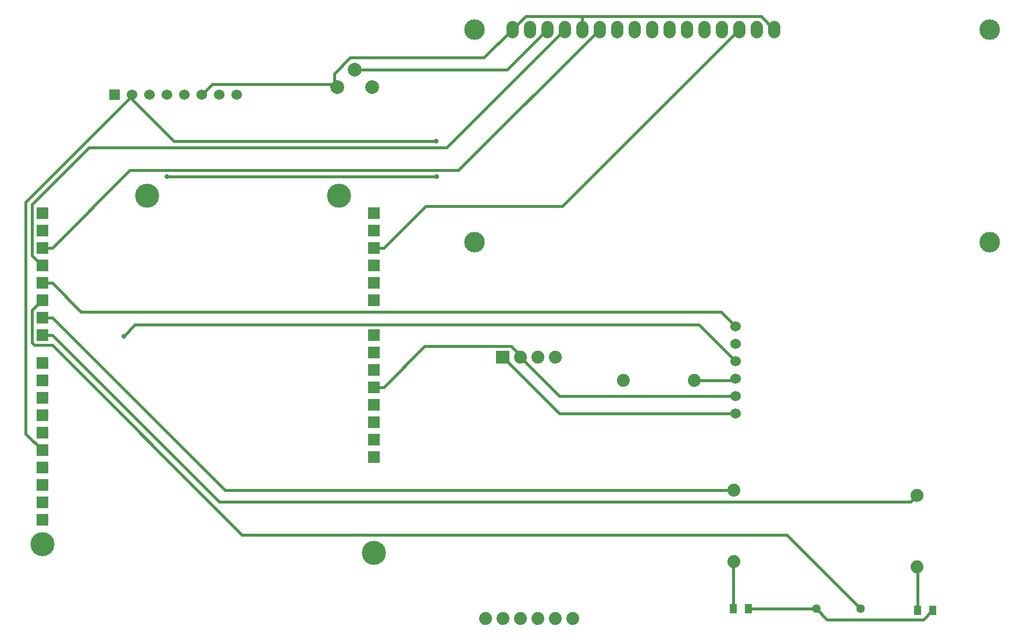
<source format=gtl>
G04 Layer: TopLayer*
G04 EasyEDA v6.4.7, 2021-01-23T14:16:31+05:30*
G04 c51e990780d247319b14f838fd0acc24,02e763260c664b4eba746f00e1d76479,10*
G04 Gerber Generator version 0.2*
G04 Scale: 100 percent, Rotated: No, Reflected: No *
G04 Dimensions in millimeters *
G04 leading zeros omitted , absolute positions ,3 integer and 3 decimal *
%FSLAX33Y33*%
%MOMM*%
G90*
D02*

%ADD11C,0.399999*%
%ADD12C,0.700024*%
%ADD13R,0.999998X1.399997*%
%ADD14R,1.676400X1.676400*%
%ADD15C,3.499993*%
%ADD17C,1.879600*%
%ADD18C,1.999996*%
%ADD19C,1.524000*%
%ADD20C,2.999994*%
%ADD21C,1.300480*%
%ADD23C,1.799996*%

%LPD*%
G54D11*
G01X107507Y51424D02*
G01X105376Y53556D01*
G01X12202Y53556D01*
G01X7983Y57774D01*
G01X6542Y57774D02*
G01X7983Y57774D01*
G01X82621Y94737D02*
G01X65402Y77520D01*
G01X13385Y77520D01*
G01X5102Y69238D01*
G01X5102Y61755D01*
G01X6542Y60314D01*
G01X6542Y62854D02*
G01X7983Y62854D01*
G01X7983Y62854D02*
G01X19324Y74193D01*
G01X67157Y74193D01*
G01X87701Y94737D01*
G01X6542Y55234D02*
G01X5102Y53794D01*
G01X5102Y49024D01*
G01X5412Y48714D01*
G01X7983Y48714D01*
G01X35651Y21046D01*
G01X114975Y21046D01*
G01X125745Y10276D01*
G01X6542Y52694D02*
G01X7983Y52694D01*
G01X107253Y27541D02*
G01X33136Y27541D01*
G01X7983Y52694D01*
G01X6542Y50154D02*
G01X7983Y50154D01*
G01X7983Y50154D02*
G01X32298Y25839D01*
G01X132984Y25839D01*
G01X133923Y26779D01*
G01X108021Y94737D02*
G01X82285Y69004D01*
G01X62392Y69004D01*
G01X56243Y62854D01*
G01X54802Y62854D02*
G01X56243Y62854D01*
G01X133923Y16380D02*
G01X133967Y16337D01*
G01X133967Y10022D01*
G01X107253Y17142D02*
G01X107170Y17058D01*
G01X107170Y10276D01*
G01X80081Y94737D02*
G01X74231Y88889D01*
G01X52008Y88889D01*
G01X101531Y43550D02*
G01X107253Y43550D01*
G01X107507Y43804D01*
G01X85161Y96647D02*
G01X85161Y94737D01*
G01X113101Y94737D02*
G01X111190Y96647D01*
G01X85161Y96647D01*
G01X85161Y96647D02*
G01X76908Y96647D01*
G01X75001Y94737D01*
G01X49095Y86723D02*
G01X49095Y88305D01*
G01X51409Y90619D01*
G01X70881Y90619D01*
G01X75001Y94737D01*
G01X29783Y85206D02*
G01X31300Y86723D01*
G01X49095Y86723D01*
G01X49095Y86723D02*
G01X49468Y86349D01*
G01X109369Y10276D02*
G01X119242Y10276D01*
G01X119242Y10276D02*
G01X120799Y8719D01*
G01X134863Y8719D01*
G01X136166Y10022D01*
G01X107507Y38724D02*
G01X81853Y38724D01*
G01X73598Y46979D01*
G01X54802Y42534D02*
G01X56243Y42534D01*
G01X76138Y46979D02*
G01X76138Y47170D01*
G01X74787Y48521D01*
G01X62229Y48521D01*
G01X56243Y42534D01*
G01X18404Y50022D02*
G01X20076Y51691D01*
G01X102161Y51691D01*
G01X107507Y46344D01*
G01X63982Y73243D02*
G01X24703Y73243D01*
G01X19410Y84792D02*
G01X4155Y69535D01*
G01X4155Y35778D01*
G01X6542Y33390D01*
G01X63913Y78473D02*
G01X25730Y78473D01*
G01X19410Y84792D01*
G01X19410Y84792D02*
G01X19410Y84993D01*
G01X19623Y85206D01*
G01X107507Y41264D02*
G01X81853Y41264D01*
G01X76138Y46979D01*
G54D13*
G01X136167Y10022D03*
G01X133966Y10022D03*
G01X109370Y10276D03*
G01X107169Y10276D03*
G54D14*
G01X6542Y57774D03*
G01X54802Y55234D03*
G01X6542Y60314D03*
G01X6542Y62854D03*
G01X6542Y65394D03*
G01X6542Y67934D03*
G01X6542Y55234D03*
G01X6542Y52694D03*
G01X6542Y50154D03*
G01X6542Y46090D03*
G01X6542Y43550D03*
G01X6542Y41010D03*
G01X6542Y38470D03*
G01X6542Y35930D03*
G01X6542Y33390D03*
G01X6542Y30850D03*
G01X6542Y28310D03*
G01X54802Y57774D03*
G01X54802Y60314D03*
G01X54802Y62854D03*
G01X54802Y65394D03*
G01X54802Y67934D03*
G01X54802Y50154D03*
G01X54802Y47614D03*
G01X54802Y45074D03*
G01X54802Y42534D03*
G01X54802Y39994D03*
G01X54802Y37454D03*
G01X6542Y25770D03*
G01X6542Y23230D03*
G01X54802Y34914D03*
G01X54802Y32374D03*
G54D15*
G01X6542Y19674D03*
G01X54802Y18404D03*
G01X49722Y70474D03*
G01X21782Y70474D03*
G36*
G01X72659Y47919D02*
G01X74538Y47919D01*
G01X74538Y46040D01*
G01X72659Y46040D01*
G01X72659Y47919D01*
G37*
G54D17*
G01X76138Y46979D03*
G01X78678Y46979D03*
G01X81218Y46979D03*
G01X71058Y8879D03*
G01X73598Y8879D03*
G01X76138Y8879D03*
G01X78678Y8879D03*
G01X81218Y8879D03*
G01X83758Y8879D03*
G54D18*
G01X49468Y86349D03*
G01X52008Y88889D03*
G01X54548Y86349D03*
G54D19*
G01X107507Y51424D03*
G01X107507Y48884D03*
G01X107507Y46344D03*
G01X107507Y43804D03*
G01X107507Y41264D03*
G01X107507Y38724D03*
G54D17*
G01X91132Y43550D03*
G01X101531Y43550D03*
G01X133923Y16380D03*
G01X133923Y26779D03*
G01X107253Y17142D03*
G01X107253Y27541D03*
G54D20*
G01X69500Y94738D03*
G01X69500Y63737D03*
G01X144499Y63737D03*
G01X144499Y94738D03*
G54D21*
G01X119242Y10276D03*
G01X125745Y10276D03*
G54D19*
G01X34863Y85206D03*
G01X32323Y85206D03*
G01X29783Y85206D03*
G01X27243Y85206D03*
G01X24703Y85206D03*
G01X22163Y85206D03*
G01X19623Y85206D03*
G36*
G01X16321Y85968D02*
G01X17845Y85968D01*
G01X17845Y84444D01*
G01X16321Y84444D01*
G01X16321Y85968D01*
G37*
G54D12*
G01X18404Y50022D03*
G01X24703Y73243D03*
G01X63982Y73243D03*
G01X63913Y78473D03*
G54D23*
G01X74999Y95138D02*
G01X74999Y94338D01*
G01X77539Y95138D02*
G01X77539Y94338D01*
G01X80079Y95138D02*
G01X80079Y94338D01*
G01X82619Y95138D02*
G01X82619Y94338D01*
G01X85159Y95138D02*
G01X85159Y94338D01*
G01X87699Y95138D02*
G01X87699Y94338D01*
G01X90239Y95138D02*
G01X90239Y94338D01*
G01X92779Y95138D02*
G01X92779Y94338D01*
G01X95319Y95138D02*
G01X95319Y94338D01*
G01X97859Y95138D02*
G01X97859Y94338D01*
G01X100399Y95138D02*
G01X100399Y94338D01*
G01X102939Y95138D02*
G01X102939Y94338D01*
G01X105479Y95138D02*
G01X105479Y94338D01*
G01X108019Y95138D02*
G01X108019Y94338D01*
G01X110559Y95138D02*
G01X110559Y94338D01*
G01X113099Y95138D02*
G01X113099Y94338D01*
M00*
M02*

</source>
